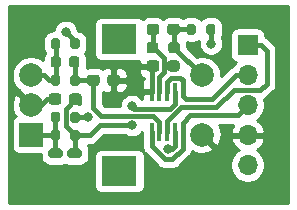
<source format=gbr>
%TF.GenerationSoftware,KiCad,Pcbnew,5.1.12-1.fc35*%
%TF.CreationDate,2021-11-27T14:33:04+00:00*%
%TF.ProjectId,kiCAD_TriSchmittPanelMount_v003,6b694341-445f-4547-9269-5363686d6974,rev?*%
%TF.SameCoordinates,Original*%
%TF.FileFunction,Copper,L1,Top*%
%TF.FilePolarity,Positive*%
%FSLAX46Y46*%
G04 Gerber Fmt 4.6, Leading zero omitted, Abs format (unit mm)*
G04 Created by KiCad (PCBNEW 5.1.12-1.fc35) date 2021-11-27 14:33:04*
%MOMM*%
%LPD*%
G01*
G04 APERTURE LIST*
%TA.AperFunction,SMDPad,CuDef*%
%ADD10R,0.300000X1.600000*%
%TD*%
%TA.AperFunction,ComponentPad*%
%ADD11C,2.000000*%
%TD*%
%TA.AperFunction,ComponentPad*%
%ADD12R,3.000000X2.500000*%
%TD*%
%TA.AperFunction,ComponentPad*%
%ADD13R,2.000000X2.000000*%
%TD*%
%TA.AperFunction,ComponentPad*%
%ADD14R,1.700000X1.700000*%
%TD*%
%TA.AperFunction,ComponentPad*%
%ADD15O,1.700000X1.700000*%
%TD*%
%TA.AperFunction,ViaPad*%
%ADD16C,0.800000*%
%TD*%
%TA.AperFunction,Conductor*%
%ADD17C,0.400000*%
%TD*%
%TA.AperFunction,Conductor*%
%ADD18C,1.000000*%
%TD*%
%TA.AperFunction,Conductor*%
%ADD19C,0.254000*%
%TD*%
%TA.AperFunction,Conductor*%
%ADD20C,0.100000*%
%TD*%
G04 APERTURE END LIST*
D10*
%TO.P,U1,8*%
%TO.N,VCC*%
X205325000Y-74400000D03*
%TO.P,U1,7*%
%TO.N,/EncA_Out*%
X204675000Y-74400000D03*
%TO.P,U1,6*%
%TO.N,Trig_EncB*%
X204025000Y-74400000D03*
%TO.P,U1,5*%
%TO.N,/EncSw_Out*%
X203375000Y-74400000D03*
%TO.P,U1,4*%
%TO.N,GND*%
X203375000Y-71000000D03*
%TO.P,U1,3*%
%TO.N,Trig_EncSw*%
X204025000Y-71000000D03*
%TO.P,U1,2*%
%TO.N,/EncB_Out*%
X204675000Y-71000000D03*
%TO.P,U1,1*%
%TO.N,Trig_EncA*%
X205325000Y-71000000D03*
%TD*%
%TO.P,R6,2*%
%TO.N,Sig_EncSw*%
%TA.AperFunction,SMDPad,CuDef*%
G36*
G01*
X204775000Y-67487500D02*
X204775000Y-67012500D01*
G75*
G02*
X205012500Y-66775000I237500J0D01*
G01*
X205512500Y-66775000D01*
G75*
G02*
X205750000Y-67012500I0J-237500D01*
G01*
X205750000Y-67487500D01*
G75*
G02*
X205512500Y-67725000I-237500J0D01*
G01*
X205012500Y-67725000D01*
G75*
G02*
X204775000Y-67487500I0J237500D01*
G01*
G37*
%TD.AperFunction*%
%TO.P,R6,1*%
%TO.N,Trig_EncSw*%
%TA.AperFunction,SMDPad,CuDef*%
G36*
G01*
X202950000Y-67487500D02*
X202950000Y-67012500D01*
G75*
G02*
X203187500Y-66775000I237500J0D01*
G01*
X203687500Y-66775000D01*
G75*
G02*
X203925000Y-67012500I0J-237500D01*
G01*
X203925000Y-67487500D01*
G75*
G02*
X203687500Y-67725000I-237500J0D01*
G01*
X203187500Y-67725000D01*
G75*
G02*
X202950000Y-67487500I0J237500D01*
G01*
G37*
%TD.AperFunction*%
%TD*%
%TO.P,R5,2*%
%TO.N,VCC*%
%TA.AperFunction,SMDPad,CuDef*%
G36*
G01*
X207975000Y-65975000D02*
X207975000Y-65425000D01*
G75*
G02*
X208175000Y-65225000I200000J0D01*
G01*
X208575000Y-65225000D01*
G75*
G02*
X208775000Y-65425000I0J-200000D01*
G01*
X208775000Y-65975000D01*
G75*
G02*
X208575000Y-66175000I-200000J0D01*
G01*
X208175000Y-66175000D01*
G75*
G02*
X207975000Y-65975000I0J200000D01*
G01*
G37*
%TD.AperFunction*%
%TO.P,R5,1*%
%TO.N,Sig_EncSw*%
%TA.AperFunction,SMDPad,CuDef*%
G36*
G01*
X206325000Y-65975000D02*
X206325000Y-65425000D01*
G75*
G02*
X206525000Y-65225000I200000J0D01*
G01*
X206925000Y-65225000D01*
G75*
G02*
X207125000Y-65425000I0J-200000D01*
G01*
X207125000Y-65975000D01*
G75*
G02*
X206925000Y-66175000I-200000J0D01*
G01*
X206525000Y-66175000D01*
G75*
G02*
X206325000Y-65975000I0J200000D01*
G01*
G37*
%TD.AperFunction*%
%TD*%
%TO.P,R4,2*%
%TO.N,Sig_EncB*%
%TA.AperFunction,SMDPad,CuDef*%
G36*
G01*
X195633834Y-69725000D02*
X195633834Y-70275000D01*
G75*
G02*
X195433834Y-70475000I-200000J0D01*
G01*
X195033834Y-70475000D01*
G75*
G02*
X194833834Y-70275000I0J200000D01*
G01*
X194833834Y-69725000D01*
G75*
G02*
X195033834Y-69525000I200000J0D01*
G01*
X195433834Y-69525000D01*
G75*
G02*
X195633834Y-69725000I0J-200000D01*
G01*
G37*
%TD.AperFunction*%
%TO.P,R4,1*%
%TO.N,Trig_EncB*%
%TA.AperFunction,SMDPad,CuDef*%
G36*
G01*
X197283834Y-69725000D02*
X197283834Y-70275000D01*
G75*
G02*
X197083834Y-70475000I-200000J0D01*
G01*
X196683834Y-70475000D01*
G75*
G02*
X196483834Y-70275000I0J200000D01*
G01*
X196483834Y-69725000D01*
G75*
G02*
X196683834Y-69525000I200000J0D01*
G01*
X197083834Y-69525000D01*
G75*
G02*
X197283834Y-69725000I0J-200000D01*
G01*
G37*
%TD.AperFunction*%
%TD*%
%TO.P,R3,2*%
%TO.N,VCC*%
%TA.AperFunction,SMDPad,CuDef*%
G36*
G01*
X196483834Y-67175000D02*
X196483834Y-66625000D01*
G75*
G02*
X196683834Y-66425000I200000J0D01*
G01*
X197083834Y-66425000D01*
G75*
G02*
X197283834Y-66625000I0J-200000D01*
G01*
X197283834Y-67175000D01*
G75*
G02*
X197083834Y-67375000I-200000J0D01*
G01*
X196683834Y-67375000D01*
G75*
G02*
X196483834Y-67175000I0J200000D01*
G01*
G37*
%TD.AperFunction*%
%TO.P,R3,1*%
%TO.N,Sig_EncB*%
%TA.AperFunction,SMDPad,CuDef*%
G36*
G01*
X194833834Y-67175000D02*
X194833834Y-66625000D01*
G75*
G02*
X195033834Y-66425000I200000J0D01*
G01*
X195433834Y-66425000D01*
G75*
G02*
X195633834Y-66625000I0J-200000D01*
G01*
X195633834Y-67175000D01*
G75*
G02*
X195433834Y-67375000I-200000J0D01*
G01*
X195033834Y-67375000D01*
G75*
G02*
X194833834Y-67175000I0J200000D01*
G01*
G37*
%TD.AperFunction*%
%TD*%
%TO.P,R2,1*%
%TO.N,Trig_EncA*%
%TA.AperFunction,SMDPad,CuDef*%
G36*
G01*
X197283834Y-74398334D02*
X197283834Y-74948334D01*
G75*
G02*
X197083834Y-75148334I-200000J0D01*
G01*
X196683834Y-75148334D01*
G75*
G02*
X196483834Y-74948334I0J200000D01*
G01*
X196483834Y-74398334D01*
G75*
G02*
X196683834Y-74198334I200000J0D01*
G01*
X197083834Y-74198334D01*
G75*
G02*
X197283834Y-74398334I0J-200000D01*
G01*
G37*
%TD.AperFunction*%
%TO.P,R2,2*%
%TO.N,Sig_EncA*%
%TA.AperFunction,SMDPad,CuDef*%
G36*
G01*
X195633834Y-74398334D02*
X195633834Y-74948334D01*
G75*
G02*
X195433834Y-75148334I-200000J0D01*
G01*
X195033834Y-75148334D01*
G75*
G02*
X194833834Y-74948334I0J200000D01*
G01*
X194833834Y-74398334D01*
G75*
G02*
X195033834Y-74198334I200000J0D01*
G01*
X195433834Y-74198334D01*
G75*
G02*
X195633834Y-74398334I0J-200000D01*
G01*
G37*
%TD.AperFunction*%
%TD*%
%TO.P,R1,1*%
%TO.N,Sig_EncA*%
%TA.AperFunction,SMDPad,CuDef*%
G36*
G01*
X194833834Y-73411668D02*
X194833834Y-72861668D01*
G75*
G02*
X195033834Y-72661668I200000J0D01*
G01*
X195433834Y-72661668D01*
G75*
G02*
X195633834Y-72861668I0J-200000D01*
G01*
X195633834Y-73411668D01*
G75*
G02*
X195433834Y-73611668I-200000J0D01*
G01*
X195033834Y-73611668D01*
G75*
G02*
X194833834Y-73411668I0J200000D01*
G01*
G37*
%TD.AperFunction*%
%TO.P,R1,2*%
%TO.N,VCC*%
%TA.AperFunction,SMDPad,CuDef*%
G36*
G01*
X196483834Y-73411668D02*
X196483834Y-72861668D01*
G75*
G02*
X196683834Y-72661668I200000J0D01*
G01*
X197083834Y-72661668D01*
G75*
G02*
X197283834Y-72861668I0J-200000D01*
G01*
X197283834Y-73411668D01*
G75*
G02*
X197083834Y-73611668I-200000J0D01*
G01*
X196683834Y-73611668D01*
G75*
G02*
X196483834Y-73411668I0J200000D01*
G01*
G37*
%TD.AperFunction*%
%TD*%
%TO.P,D3,2*%
%TO.N,Sig_EncSw*%
%TA.AperFunction,SMDPad,CuDef*%
G36*
G01*
X204700000Y-65937500D02*
X204700000Y-65462500D01*
G75*
G02*
X204937500Y-65225000I237500J0D01*
G01*
X205512500Y-65225000D01*
G75*
G02*
X205750000Y-65462500I0J-237500D01*
G01*
X205750000Y-65937500D01*
G75*
G02*
X205512500Y-66175000I-237500J0D01*
G01*
X204937500Y-66175000D01*
G75*
G02*
X204700000Y-65937500I0J237500D01*
G01*
G37*
%TD.AperFunction*%
%TO.P,D3,1*%
%TO.N,Trig_EncSw*%
%TA.AperFunction,SMDPad,CuDef*%
G36*
G01*
X202950000Y-65937500D02*
X202950000Y-65462500D01*
G75*
G02*
X203187500Y-65225000I237500J0D01*
G01*
X203762500Y-65225000D01*
G75*
G02*
X204000000Y-65462500I0J-237500D01*
G01*
X204000000Y-65937500D01*
G75*
G02*
X203762500Y-66175000I-237500J0D01*
G01*
X203187500Y-66175000D01*
G75*
G02*
X202950000Y-65937500I0J237500D01*
G01*
G37*
%TD.AperFunction*%
%TD*%
%TO.P,D2,2*%
%TO.N,Sig_EncB*%
%TA.AperFunction,SMDPad,CuDef*%
G36*
G01*
X195688834Y-68193750D02*
X195688834Y-68706250D01*
G75*
G02*
X195470084Y-68925000I-218750J0D01*
G01*
X195032584Y-68925000D01*
G75*
G02*
X194813834Y-68706250I0J218750D01*
G01*
X194813834Y-68193750D01*
G75*
G02*
X195032584Y-67975000I218750J0D01*
G01*
X195470084Y-67975000D01*
G75*
G02*
X195688834Y-68193750I0J-218750D01*
G01*
G37*
%TD.AperFunction*%
%TO.P,D2,1*%
%TO.N,Trig_EncB*%
%TA.AperFunction,SMDPad,CuDef*%
G36*
G01*
X197263834Y-68193750D02*
X197263834Y-68706250D01*
G75*
G02*
X197045084Y-68925000I-218750J0D01*
G01*
X196607584Y-68925000D01*
G75*
G02*
X196388834Y-68706250I0J218750D01*
G01*
X196388834Y-68193750D01*
G75*
G02*
X196607584Y-67975000I218750J0D01*
G01*
X197045084Y-67975000D01*
G75*
G02*
X197263834Y-68193750I0J-218750D01*
G01*
G37*
%TD.AperFunction*%
%TD*%
%TO.P,D1,1*%
%TO.N,Trig_EncA*%
%TA.AperFunction,SMDPad,CuDef*%
G36*
G01*
X197463834Y-75987500D02*
X197463834Y-76412500D01*
G75*
G02*
X197251334Y-76625000I-212500J0D01*
G01*
X196451334Y-76625000D01*
G75*
G02*
X196238834Y-76412500I0J212500D01*
G01*
X196238834Y-75987500D01*
G75*
G02*
X196451334Y-75775000I212500J0D01*
G01*
X197251334Y-75775000D01*
G75*
G02*
X197463834Y-75987500I0J-212500D01*
G01*
G37*
%TD.AperFunction*%
%TO.P,D1,2*%
%TO.N,Sig_EncA*%
%TA.AperFunction,SMDPad,CuDef*%
G36*
G01*
X195838834Y-75987500D02*
X195838834Y-76412500D01*
G75*
G02*
X195626334Y-76625000I-212500J0D01*
G01*
X194826334Y-76625000D01*
G75*
G02*
X194613834Y-76412500I0J212500D01*
G01*
X194613834Y-75987500D01*
G75*
G02*
X194826334Y-75775000I212500J0D01*
G01*
X195626334Y-75775000D01*
G75*
G02*
X195838834Y-75987500I0J-212500D01*
G01*
G37*
%TD.AperFunction*%
%TD*%
%TO.P,C3,2*%
%TO.N,Trig_EncSw*%
%TA.AperFunction,SMDPad,CuDef*%
G36*
G01*
X204675000Y-69037500D02*
X204675000Y-68562500D01*
G75*
G02*
X204912500Y-68325000I237500J0D01*
G01*
X205512500Y-68325000D01*
G75*
G02*
X205750000Y-68562500I0J-237500D01*
G01*
X205750000Y-69037500D01*
G75*
G02*
X205512500Y-69275000I-237500J0D01*
G01*
X204912500Y-69275000D01*
G75*
G02*
X204675000Y-69037500I0J237500D01*
G01*
G37*
%TD.AperFunction*%
%TO.P,C3,1*%
%TO.N,GND*%
%TA.AperFunction,SMDPad,CuDef*%
G36*
G01*
X202950000Y-69037500D02*
X202950000Y-68562500D01*
G75*
G02*
X203187500Y-68325000I237500J0D01*
G01*
X203787500Y-68325000D01*
G75*
G02*
X204025000Y-68562500I0J-237500D01*
G01*
X204025000Y-69037500D01*
G75*
G02*
X203787500Y-69275000I-237500J0D01*
G01*
X203187500Y-69275000D01*
G75*
G02*
X202950000Y-69037500I0J237500D01*
G01*
G37*
%TD.AperFunction*%
%TD*%
%TO.P,C2,2*%
%TO.N,Trig_EncB*%
%TA.AperFunction,SMDPad,CuDef*%
G36*
G01*
X198975000Y-69762500D02*
X198975000Y-70237500D01*
G75*
G02*
X198737500Y-70475000I-237500J0D01*
G01*
X198137500Y-70475000D01*
G75*
G02*
X197900000Y-70237500I0J237500D01*
G01*
X197900000Y-69762500D01*
G75*
G02*
X198137500Y-69525000I237500J0D01*
G01*
X198737500Y-69525000D01*
G75*
G02*
X198975000Y-69762500I0J-237500D01*
G01*
G37*
%TD.AperFunction*%
%TO.P,C2,1*%
%TO.N,GND*%
%TA.AperFunction,SMDPad,CuDef*%
G36*
G01*
X200700000Y-69762500D02*
X200700000Y-70237500D01*
G75*
G02*
X200462500Y-70475000I-237500J0D01*
G01*
X199862500Y-70475000D01*
G75*
G02*
X199625000Y-70237500I0J237500D01*
G01*
X199625000Y-69762500D01*
G75*
G02*
X199862500Y-69525000I237500J0D01*
G01*
X200462500Y-69525000D01*
G75*
G02*
X200700000Y-69762500I0J-237500D01*
G01*
G37*
%TD.AperFunction*%
%TD*%
%TO.P,C1,1*%
%TO.N,GND*%
%TA.AperFunction,SMDPad,CuDef*%
G36*
G01*
X194658834Y-71837500D02*
X194658834Y-71362500D01*
G75*
G02*
X194896334Y-71125000I237500J0D01*
G01*
X195496334Y-71125000D01*
G75*
G02*
X195733834Y-71362500I0J-237500D01*
G01*
X195733834Y-71837500D01*
G75*
G02*
X195496334Y-72075000I-237500J0D01*
G01*
X194896334Y-72075000D01*
G75*
G02*
X194658834Y-71837500I0J237500D01*
G01*
G37*
%TD.AperFunction*%
%TO.P,C1,2*%
%TO.N,Trig_EncA*%
%TA.AperFunction,SMDPad,CuDef*%
G36*
G01*
X196383834Y-71837500D02*
X196383834Y-71362500D01*
G75*
G02*
X196621334Y-71125000I237500J0D01*
G01*
X197221334Y-71125000D01*
G75*
G02*
X197458834Y-71362500I0J-237500D01*
G01*
X197458834Y-71837500D01*
G75*
G02*
X197221334Y-72075000I-237500J0D01*
G01*
X196621334Y-72075000D01*
G75*
G02*
X196383834Y-71837500I0J237500D01*
G01*
G37*
%TD.AperFunction*%
%TD*%
D11*
%TO.P,SW1,S2*%
%TO.N,Sig_EncSw*%
X207650000Y-69600000D03*
%TO.P,SW1,S1*%
%TO.N,GND*%
X207650000Y-74600000D03*
D12*
%TO.P,SW1,MP*%
%TO.N,N/C*%
X200650000Y-66500000D03*
X200650000Y-77700000D03*
D11*
%TO.P,SW1,B*%
%TO.N,Sig_EncB*%
X193150000Y-69600000D03*
%TO.P,SW1,C*%
%TO.N,GND*%
X193150000Y-72100000D03*
D13*
%TO.P,SW1,A*%
%TO.N,Sig_EncA*%
X193150000Y-74600000D03*
%TD*%
D14*
%TO.P,J1,1*%
%TO.N,/EncA_Out*%
X211500000Y-67025000D03*
D15*
%TO.P,J1,2*%
%TO.N,/EncB_Out*%
X211500000Y-69565000D03*
%TO.P,J1,3*%
%TO.N,/EncSw_Out*%
X211500000Y-72105000D03*
%TO.P,J1,4*%
%TO.N,GND*%
X211500000Y-74645000D03*
%TO.P,J1,5*%
%TO.N,VCC*%
X211500000Y-77185000D03*
%TD*%
D16*
%TO.N,VCC*%
X208400000Y-66900000D03*
X198000000Y-73100000D03*
X204765689Y-75834303D03*
X196100002Y-65900000D03*
%TO.N,Trig_EncA*%
X201700000Y-73800008D03*
X201700000Y-72199977D03*
%TD*%
D17*
%TO.N,GND*%
X193150000Y-72100000D02*
X193846334Y-72100000D01*
X193700000Y-71550000D02*
X193150000Y-72100000D01*
X194500000Y-71600000D02*
X195196334Y-71600000D01*
X194000000Y-72100000D02*
X194500000Y-71600000D01*
X193150000Y-72100000D02*
X194000000Y-72100000D01*
X203375000Y-68912500D02*
X203487500Y-68800000D01*
X203375000Y-71000000D02*
X203375000Y-68912500D01*
%TO.N,VCC*%
X208375000Y-66125004D02*
X208375000Y-65700000D01*
X208400000Y-66900000D02*
X208375000Y-66125004D01*
X196883834Y-73136668D02*
X197963332Y-73136668D01*
X197963332Y-73136668D02*
X198000000Y-73100000D01*
X205325000Y-74400000D02*
X205325000Y-75600000D01*
X205325000Y-75600000D02*
X205090697Y-75834303D01*
X205090697Y-75834303D02*
X204765689Y-75834303D01*
X196883834Y-66900000D02*
X196883834Y-66683832D01*
X196883834Y-66683832D02*
X196100002Y-65900000D01*
%TO.N,Trig_EncA*%
X196851334Y-74705834D02*
X196883834Y-74673334D01*
X196851334Y-76200000D02*
X196851334Y-74705834D01*
X196083824Y-73873324D02*
X196883834Y-74673334D01*
X196083824Y-72437510D02*
X196083824Y-73873324D01*
X196921334Y-71600000D02*
X196083824Y-72437510D01*
X196921334Y-71600000D02*
X197221334Y-71900000D01*
X201700000Y-72200000D02*
X201700000Y-72200000D01*
X205325000Y-71977912D02*
X204902925Y-72399987D01*
X201900010Y-72399987D02*
X201700000Y-72199977D01*
X205325000Y-71000000D02*
X205325000Y-71977912D01*
X204902925Y-72399987D02*
X201900010Y-72399987D01*
X198999992Y-73800008D02*
X201700000Y-73800008D01*
X198126666Y-74673334D02*
X198999992Y-73800008D01*
X196883834Y-74673334D02*
X198126666Y-74673334D01*
%TO.N,Trig_EncB*%
X198437500Y-70000000D02*
X196883834Y-70000000D01*
X196883834Y-70000000D02*
X196883834Y-68507500D01*
X204025000Y-73525000D02*
X204025000Y-74400000D01*
X203499987Y-72999987D02*
X204025000Y-73525000D01*
X199099987Y-72999987D02*
X203499987Y-72999987D01*
X198437500Y-72337500D02*
X199099987Y-72999987D01*
X198437500Y-70000000D02*
X198437500Y-72337500D01*
%TO.N,Trig_EncSw*%
X203437500Y-67250000D02*
X203475000Y-67212500D01*
X203475000Y-67212500D02*
X203475000Y-65700000D01*
X204425010Y-68125010D02*
X203550000Y-67250000D01*
X203550000Y-67250000D02*
X203437500Y-67250000D01*
X205100000Y-68800000D02*
X205212500Y-68800000D01*
X203999989Y-69726587D02*
X204425010Y-69301566D01*
X203999989Y-70974989D02*
X203999989Y-69726587D01*
X205212500Y-68800000D02*
X204500000Y-68800000D01*
X204500000Y-68800000D02*
X204425010Y-68725010D01*
X204425010Y-68725010D02*
X204425010Y-68125010D01*
X204425010Y-69301566D02*
X204425010Y-68725010D01*
%TO.N,Sig_EncA*%
X195226334Y-73144168D02*
X195233834Y-73136668D01*
X195226334Y-76200000D02*
X195226334Y-73144168D01*
X193150000Y-74600000D02*
X193150000Y-75200000D01*
X195160500Y-74600000D02*
X193150000Y-74600000D01*
X195233834Y-74673334D02*
X195160500Y-74600000D01*
D18*
%TO.N,Sig_EncB*%
X192910000Y-69600000D02*
X192950000Y-69640000D01*
D17*
X195233834Y-66900000D02*
X195233834Y-70000000D01*
X194700000Y-70000000D02*
X194300000Y-69600000D01*
X195233834Y-70000000D02*
X194700000Y-70000000D01*
X194300000Y-69600000D02*
X193150000Y-69600000D01*
%TO.N,Sig_EncSw*%
X207350000Y-69679998D02*
X206945012Y-69275010D01*
X205247500Y-67235000D02*
X205262500Y-67250000D01*
X205225000Y-67212500D02*
X205262500Y-67250000D01*
X205225000Y-65700000D02*
X205225000Y-67212500D01*
X206725000Y-65700000D02*
X205225000Y-65700000D01*
X205300000Y-67250000D02*
X207650000Y-69600000D01*
X205262500Y-67250000D02*
X205300000Y-67250000D01*
%TO.N,/EncA_Out*%
X208848542Y-72300000D02*
X210333541Y-70815001D01*
X205851455Y-72300000D02*
X208848542Y-72300000D01*
X204675000Y-73476455D02*
X205851455Y-72300000D01*
X204675000Y-74400000D02*
X204675000Y-73476455D01*
X212625000Y-67025000D02*
X211500000Y-67025000D01*
X213100000Y-67500000D02*
X212625000Y-67025000D01*
X213100000Y-70300000D02*
X213100000Y-67500000D01*
X212584999Y-70815001D02*
X213100000Y-70300000D01*
X210333541Y-70815001D02*
X212584999Y-70815001D01*
%TO.N,/EncB_Out*%
X204675000Y-71000000D02*
X204675000Y-70125000D01*
X204675000Y-70125000D02*
X205000000Y-69800000D01*
X208500000Y-71600000D02*
X210535000Y-69565000D01*
X205000000Y-69800000D02*
X205795002Y-69800000D01*
X205795002Y-69800000D02*
X206000000Y-70004998D01*
X206000000Y-70004998D02*
X206000000Y-71300000D01*
X206000000Y-71300000D02*
X206300000Y-71600000D01*
X206300000Y-71600000D02*
X208500000Y-71600000D01*
X210535000Y-69565000D02*
X211500000Y-69565000D01*
%TO.N,/EncSw_Out*%
X210650001Y-72954999D02*
X211500000Y-72105000D01*
X206642086Y-72954999D02*
X210650001Y-72954999D01*
X206000000Y-73597085D02*
X206642086Y-72954999D01*
X204500000Y-76700000D02*
X205100000Y-76700000D01*
X205100000Y-76700000D02*
X206000000Y-75800000D01*
X203375000Y-75575000D02*
X204500000Y-76700000D01*
X206000000Y-75800000D02*
X206000000Y-73597085D01*
X203375000Y-74400000D02*
X203375000Y-75575000D01*
%TD*%
D19*
%TO.N,GND*%
X214940000Y-80440000D02*
X191260000Y-80440000D01*
X191260000Y-72162595D01*
X191508282Y-72162595D01*
X191552039Y-72481675D01*
X191657205Y-72786088D01*
X191750186Y-72960044D01*
X191899223Y-73014024D01*
X191795506Y-73069463D01*
X191698815Y-73148815D01*
X191619463Y-73245506D01*
X191560498Y-73355820D01*
X191524188Y-73475518D01*
X191511928Y-73600000D01*
X191511928Y-75600000D01*
X191524188Y-75724482D01*
X191560498Y-75844180D01*
X191619463Y-75954494D01*
X191698815Y-76051185D01*
X191795506Y-76130537D01*
X191905820Y-76189502D01*
X192025518Y-76225812D01*
X192150000Y-76238072D01*
X193975762Y-76238072D01*
X193975762Y-76412500D01*
X193992106Y-76578438D01*
X194040508Y-76738000D01*
X194119109Y-76885052D01*
X194224889Y-77013945D01*
X194353782Y-77119725D01*
X194500834Y-77198326D01*
X194660396Y-77246728D01*
X194826334Y-77263072D01*
X195626334Y-77263072D01*
X195792272Y-77246728D01*
X195951834Y-77198326D01*
X196038834Y-77151823D01*
X196125834Y-77198326D01*
X196285396Y-77246728D01*
X196451334Y-77263072D01*
X197251334Y-77263072D01*
X197417272Y-77246728D01*
X197576834Y-77198326D01*
X197723886Y-77119725D01*
X197852779Y-77013945D01*
X197958559Y-76885052D01*
X198037160Y-76738000D01*
X198085562Y-76578438D01*
X198098212Y-76450000D01*
X198511928Y-76450000D01*
X198511928Y-78950000D01*
X198524188Y-79074482D01*
X198560498Y-79194180D01*
X198619463Y-79304494D01*
X198698815Y-79401185D01*
X198795506Y-79480537D01*
X198905820Y-79539502D01*
X199025518Y-79575812D01*
X199150000Y-79588072D01*
X202150000Y-79588072D01*
X202274482Y-79575812D01*
X202394180Y-79539502D01*
X202504494Y-79480537D01*
X202601185Y-79401185D01*
X202680537Y-79304494D01*
X202739502Y-79194180D01*
X202775812Y-79074482D01*
X202788072Y-78950000D01*
X202788072Y-76450000D01*
X202775812Y-76325518D01*
X202739502Y-76205820D01*
X202680537Y-76095506D01*
X202601185Y-75998815D01*
X202504494Y-75919463D01*
X202394180Y-75860498D01*
X202274482Y-75824188D01*
X202150000Y-75811928D01*
X199150000Y-75811928D01*
X199025518Y-75824188D01*
X198905820Y-75860498D01*
X198795506Y-75919463D01*
X198698815Y-75998815D01*
X198619463Y-76095506D01*
X198560498Y-76205820D01*
X198524188Y-76325518D01*
X198511928Y-76450000D01*
X198098212Y-76450000D01*
X198101906Y-76412500D01*
X198101906Y-75987500D01*
X198085562Y-75821562D01*
X198037160Y-75662000D01*
X197958559Y-75514948D01*
X197953131Y-75508334D01*
X198085648Y-75508334D01*
X198126666Y-75512374D01*
X198167684Y-75508334D01*
X198167685Y-75508334D01*
X198290355Y-75496252D01*
X198447753Y-75448506D01*
X198592812Y-75370970D01*
X198719957Y-75266625D01*
X198746112Y-75234755D01*
X199345860Y-74635008D01*
X201086715Y-74635008D01*
X201209744Y-74717213D01*
X201398102Y-74795234D01*
X201598061Y-74835008D01*
X201801939Y-74835008D01*
X202001898Y-74795234D01*
X202190256Y-74717213D01*
X202359774Y-74603945D01*
X202503937Y-74459782D01*
X202540000Y-74405810D01*
X202540001Y-75533972D01*
X202535960Y-75575000D01*
X202552082Y-75738688D01*
X202599828Y-75896086D01*
X202672222Y-76031525D01*
X202677365Y-76041146D01*
X202781710Y-76168291D01*
X202813574Y-76194441D01*
X203880558Y-77261426D01*
X203906709Y-77293291D01*
X204033854Y-77397636D01*
X204178913Y-77475172D01*
X204336311Y-77522918D01*
X204458981Y-77535000D01*
X204458991Y-77535000D01*
X204499999Y-77539039D01*
X204541007Y-77535000D01*
X205058982Y-77535000D01*
X205100000Y-77539040D01*
X205141018Y-77535000D01*
X205141019Y-77535000D01*
X205263689Y-77522918D01*
X205421087Y-77475172D01*
X205566146Y-77397636D01*
X205693291Y-77293291D01*
X205719446Y-77261421D01*
X205942127Y-77038740D01*
X210015000Y-77038740D01*
X210015000Y-77331260D01*
X210072068Y-77618158D01*
X210184010Y-77888411D01*
X210346525Y-78131632D01*
X210553368Y-78338475D01*
X210796589Y-78500990D01*
X211066842Y-78612932D01*
X211353740Y-78670000D01*
X211646260Y-78670000D01*
X211933158Y-78612932D01*
X212203411Y-78500990D01*
X212446632Y-78338475D01*
X212653475Y-78131632D01*
X212815990Y-77888411D01*
X212927932Y-77618158D01*
X212985000Y-77331260D01*
X212985000Y-77038740D01*
X212927932Y-76751842D01*
X212815990Y-76481589D01*
X212653475Y-76238368D01*
X212446632Y-76031525D01*
X212264466Y-75909805D01*
X212381355Y-75840178D01*
X212597588Y-75645269D01*
X212771641Y-75411920D01*
X212896825Y-75149099D01*
X212941476Y-75001890D01*
X212820155Y-74772000D01*
X211627000Y-74772000D01*
X211627000Y-74792000D01*
X211373000Y-74792000D01*
X211373000Y-74772000D01*
X210179845Y-74772000D01*
X210058524Y-75001890D01*
X210103175Y-75149099D01*
X210228359Y-75411920D01*
X210402412Y-75645269D01*
X210618645Y-75840178D01*
X210735534Y-75909805D01*
X210553368Y-76031525D01*
X210346525Y-76238368D01*
X210184010Y-76481589D01*
X210072068Y-76751842D01*
X210015000Y-77038740D01*
X205942127Y-77038740D01*
X206561427Y-76419440D01*
X206593291Y-76393291D01*
X206697636Y-76266146D01*
X206775172Y-76121087D01*
X206809130Y-76009142D01*
X207079571Y-76140704D01*
X207391108Y-76222384D01*
X207712595Y-76241718D01*
X208031675Y-76197961D01*
X208336088Y-76092795D01*
X208510044Y-75999814D01*
X208605808Y-75735413D01*
X207650000Y-74779605D01*
X207635858Y-74793748D01*
X207456253Y-74614143D01*
X207470395Y-74600000D01*
X207456253Y-74585858D01*
X207635858Y-74406253D01*
X207650000Y-74420395D01*
X207664143Y-74406253D01*
X207843748Y-74585858D01*
X207829605Y-74600000D01*
X208785413Y-75555808D01*
X209049814Y-75460044D01*
X209190704Y-75170429D01*
X209272384Y-74858892D01*
X209291718Y-74537405D01*
X209247961Y-74218325D01*
X209142795Y-73913912D01*
X209076562Y-73789999D01*
X210294058Y-73789999D01*
X210228359Y-73878080D01*
X210103175Y-74140901D01*
X210058524Y-74288110D01*
X210179845Y-74518000D01*
X211373000Y-74518000D01*
X211373000Y-74498000D01*
X211627000Y-74498000D01*
X211627000Y-74518000D01*
X212820155Y-74518000D01*
X212941476Y-74288110D01*
X212896825Y-74140901D01*
X212771641Y-73878080D01*
X212597588Y-73644731D01*
X212381355Y-73449822D01*
X212264466Y-73380195D01*
X212446632Y-73258475D01*
X212653475Y-73051632D01*
X212815990Y-72808411D01*
X212927932Y-72538158D01*
X212985000Y-72251260D01*
X212985000Y-71958740D01*
X212927932Y-71671842D01*
X212895441Y-71593402D01*
X212906086Y-71590173D01*
X213051145Y-71512637D01*
X213178290Y-71408292D01*
X213204445Y-71376422D01*
X213661422Y-70919445D01*
X213693291Y-70893291D01*
X213797636Y-70766146D01*
X213875172Y-70621087D01*
X213922918Y-70463689D01*
X213935000Y-70341019D01*
X213935000Y-70341009D01*
X213939039Y-70300001D01*
X213935000Y-70258993D01*
X213935000Y-67541007D01*
X213939039Y-67499999D01*
X213935000Y-67458991D01*
X213935000Y-67458981D01*
X213922918Y-67336311D01*
X213875172Y-67178913D01*
X213797636Y-67033854D01*
X213693291Y-66906709D01*
X213661421Y-66880554D01*
X213244446Y-66463579D01*
X213218291Y-66431709D01*
X213091146Y-66327364D01*
X212988072Y-66272270D01*
X212988072Y-66175000D01*
X212975812Y-66050518D01*
X212939502Y-65930820D01*
X212880537Y-65820506D01*
X212801185Y-65723815D01*
X212704494Y-65644463D01*
X212594180Y-65585498D01*
X212474482Y-65549188D01*
X212350000Y-65536928D01*
X210650000Y-65536928D01*
X210525518Y-65549188D01*
X210405820Y-65585498D01*
X210295506Y-65644463D01*
X210198815Y-65723815D01*
X210119463Y-65820506D01*
X210060498Y-65930820D01*
X210024188Y-66050518D01*
X210011928Y-66175000D01*
X210011928Y-67875000D01*
X210024188Y-67999482D01*
X210060498Y-68119180D01*
X210119463Y-68229494D01*
X210198815Y-68326185D01*
X210295506Y-68405537D01*
X210405820Y-68464502D01*
X210478380Y-68486513D01*
X210346525Y-68618368D01*
X210236547Y-68782962D01*
X210213913Y-68789828D01*
X210068854Y-68867364D01*
X210025394Y-68903031D01*
X209941709Y-68971709D01*
X209915563Y-69003568D01*
X209285000Y-69634132D01*
X209285000Y-69438967D01*
X209222168Y-69123088D01*
X209098918Y-68825537D01*
X208919987Y-68557748D01*
X208692252Y-68330013D01*
X208424463Y-68151082D01*
X208126912Y-68027832D01*
X207811033Y-67965000D01*
X207488967Y-67965000D01*
X207244496Y-68013628D01*
X206388072Y-67157205D01*
X206388072Y-67012500D01*
X206371248Y-66841684D01*
X206357297Y-66795694D01*
X206361500Y-66796969D01*
X206525000Y-66813072D01*
X206925000Y-66813072D01*
X207088500Y-66796969D01*
X207245716Y-66749278D01*
X207390049Y-66672130D01*
X207365000Y-66798061D01*
X207365000Y-67001939D01*
X207404774Y-67201898D01*
X207482795Y-67390256D01*
X207596063Y-67559774D01*
X207740226Y-67703937D01*
X207909744Y-67817205D01*
X208098102Y-67895226D01*
X208298061Y-67935000D01*
X208501939Y-67935000D01*
X208701898Y-67895226D01*
X208890256Y-67817205D01*
X209059774Y-67703937D01*
X209203937Y-67559774D01*
X209317205Y-67390256D01*
X209395226Y-67201898D01*
X209435000Y-67001939D01*
X209435000Y-66798061D01*
X209395226Y-66598102D01*
X209317205Y-66409744D01*
X209301162Y-66385734D01*
X209349278Y-66295716D01*
X209396969Y-66138500D01*
X209413072Y-65975000D01*
X209413072Y-65425000D01*
X209396969Y-65261500D01*
X209349278Y-65104284D01*
X209271831Y-64959392D01*
X209167606Y-64832394D01*
X209040608Y-64728169D01*
X208895716Y-64650722D01*
X208738500Y-64603031D01*
X208575000Y-64586928D01*
X208175000Y-64586928D01*
X208011500Y-64603031D01*
X207854284Y-64650722D01*
X207709392Y-64728169D01*
X207582394Y-64832394D01*
X207550000Y-64871866D01*
X207517606Y-64832394D01*
X207390608Y-64728169D01*
X207245716Y-64650722D01*
X207088500Y-64603031D01*
X206925000Y-64586928D01*
X206525000Y-64586928D01*
X206361500Y-64603031D01*
X206204284Y-64650722D01*
X206059392Y-64728169D01*
X206025317Y-64756134D01*
X205998942Y-64734488D01*
X205847567Y-64653577D01*
X205683316Y-64603752D01*
X205512500Y-64586928D01*
X204937500Y-64586928D01*
X204766684Y-64603752D01*
X204602433Y-64653577D01*
X204451058Y-64734488D01*
X204350000Y-64817425D01*
X204248942Y-64734488D01*
X204097567Y-64653577D01*
X203933316Y-64603752D01*
X203762500Y-64586928D01*
X203187500Y-64586928D01*
X203016684Y-64603752D01*
X202852433Y-64653577D01*
X202701058Y-64734488D01*
X202609834Y-64809354D01*
X202601185Y-64798815D01*
X202504494Y-64719463D01*
X202394180Y-64660498D01*
X202274482Y-64624188D01*
X202150000Y-64611928D01*
X199150000Y-64611928D01*
X199025518Y-64624188D01*
X198905820Y-64660498D01*
X198795506Y-64719463D01*
X198698815Y-64798815D01*
X198619463Y-64895506D01*
X198560498Y-65005820D01*
X198524188Y-65125518D01*
X198511928Y-65250000D01*
X198511928Y-67750000D01*
X198524188Y-67874482D01*
X198560498Y-67994180D01*
X198619463Y-68104494D01*
X198698815Y-68201185D01*
X198795506Y-68280537D01*
X198905820Y-68339502D01*
X199025518Y-68375812D01*
X199150000Y-68388072D01*
X202150000Y-68388072D01*
X202274482Y-68375812D01*
X202312565Y-68364260D01*
X202315000Y-68514250D01*
X202473750Y-68673000D01*
X203360500Y-68673000D01*
X203360500Y-68653000D01*
X203590010Y-68653000D01*
X203590010Y-68683991D01*
X203585970Y-68725010D01*
X203590010Y-68766028D01*
X203590010Y-68947000D01*
X203360500Y-68947000D01*
X203360500Y-68927000D01*
X202473750Y-68927000D01*
X202315000Y-69085750D01*
X202311928Y-69275000D01*
X202324188Y-69399482D01*
X202360498Y-69519180D01*
X202419463Y-69629494D01*
X202498815Y-69726185D01*
X202595506Y-69805537D01*
X202688392Y-69855186D01*
X202632089Y-69964219D01*
X202597483Y-70084420D01*
X202586992Y-70209063D01*
X202590000Y-70714250D01*
X202748750Y-70873000D01*
X203164989Y-70873000D01*
X203164989Y-71016007D01*
X203175921Y-71127000D01*
X202748750Y-71127000D01*
X202590000Y-71285750D01*
X202588337Y-71564987D01*
X202520497Y-71564987D01*
X202503937Y-71540203D01*
X202359774Y-71396040D01*
X202190256Y-71282772D01*
X202001898Y-71204751D01*
X201801939Y-71164977D01*
X201598061Y-71164977D01*
X201398102Y-71204751D01*
X201209744Y-71282772D01*
X201040226Y-71396040D01*
X200896063Y-71540203D01*
X200782795Y-71709721D01*
X200704774Y-71898079D01*
X200665000Y-72098038D01*
X200665000Y-72164987D01*
X199445855Y-72164987D01*
X199272500Y-71991633D01*
X199272500Y-71006603D01*
X199380820Y-71064502D01*
X199500518Y-71100812D01*
X199625000Y-71113072D01*
X199876750Y-71110000D01*
X200035500Y-70951250D01*
X200035500Y-70127000D01*
X200289500Y-70127000D01*
X200289500Y-70951250D01*
X200448250Y-71110000D01*
X200700000Y-71113072D01*
X200824482Y-71100812D01*
X200944180Y-71064502D01*
X201054494Y-71005537D01*
X201151185Y-70926185D01*
X201230537Y-70829494D01*
X201289502Y-70719180D01*
X201325812Y-70599482D01*
X201338072Y-70475000D01*
X201335000Y-70285750D01*
X201176250Y-70127000D01*
X200289500Y-70127000D01*
X200035500Y-70127000D01*
X200015500Y-70127000D01*
X200015500Y-69873000D01*
X200035500Y-69873000D01*
X200035500Y-69048750D01*
X200289500Y-69048750D01*
X200289500Y-69873000D01*
X201176250Y-69873000D01*
X201335000Y-69714250D01*
X201338072Y-69525000D01*
X201325812Y-69400518D01*
X201289502Y-69280820D01*
X201230537Y-69170506D01*
X201151185Y-69073815D01*
X201054494Y-68994463D01*
X200944180Y-68935498D01*
X200824482Y-68899188D01*
X200700000Y-68886928D01*
X200448250Y-68890000D01*
X200289500Y-69048750D01*
X200035500Y-69048750D01*
X199876750Y-68890000D01*
X199625000Y-68886928D01*
X199500518Y-68899188D01*
X199380820Y-68935498D01*
X199270506Y-68994463D01*
X199222606Y-69033774D01*
X199072567Y-68953577D01*
X198908316Y-68903752D01*
X198737500Y-68886928D01*
X198137500Y-68886928D01*
X197966684Y-68903752D01*
X197867071Y-68933969D01*
X197885442Y-68873408D01*
X197901906Y-68706250D01*
X197901906Y-68193750D01*
X197885442Y-68026592D01*
X197836684Y-67865858D01*
X197757505Y-67717725D01*
X197737441Y-67693277D01*
X197780665Y-67640608D01*
X197858112Y-67495716D01*
X197905803Y-67338500D01*
X197921906Y-67175000D01*
X197921906Y-66625000D01*
X197905803Y-66461500D01*
X197858112Y-66304284D01*
X197780665Y-66159392D01*
X197676440Y-66032394D01*
X197549442Y-65928169D01*
X197404550Y-65850722D01*
X197247334Y-65803031D01*
X197176971Y-65796101D01*
X197124094Y-65743224D01*
X197095228Y-65598102D01*
X197017207Y-65409744D01*
X196903939Y-65240226D01*
X196759776Y-65096063D01*
X196590258Y-64982795D01*
X196401900Y-64904774D01*
X196201941Y-64865000D01*
X195998063Y-64865000D01*
X195798104Y-64904774D01*
X195609746Y-64982795D01*
X195440228Y-65096063D01*
X195296065Y-65240226D01*
X195182797Y-65409744D01*
X195104776Y-65598102D01*
X195067216Y-65786928D01*
X195033834Y-65786928D01*
X194870334Y-65803031D01*
X194713118Y-65850722D01*
X194568226Y-65928169D01*
X194441228Y-66032394D01*
X194337003Y-66159392D01*
X194259556Y-66304284D01*
X194211865Y-66461500D01*
X194195762Y-66625000D01*
X194195762Y-67175000D01*
X194211865Y-67338500D01*
X194259556Y-67495716D01*
X194337003Y-67640608D01*
X194360227Y-67668906D01*
X194320163Y-67717725D01*
X194240984Y-67865858D01*
X194192226Y-68026592D01*
X194175762Y-68193750D01*
X194175762Y-68318995D01*
X193924463Y-68151082D01*
X193626912Y-68027832D01*
X193311033Y-67965000D01*
X192988967Y-67965000D01*
X192673088Y-68027832D01*
X192375537Y-68151082D01*
X192107748Y-68330013D01*
X191880013Y-68557748D01*
X191701082Y-68825537D01*
X191577832Y-69123088D01*
X191515000Y-69438967D01*
X191515000Y-69761033D01*
X191577832Y-70076912D01*
X191701082Y-70374463D01*
X191880013Y-70642252D01*
X192107748Y-70869987D01*
X192204935Y-70934925D01*
X192194192Y-70964587D01*
X193150000Y-71920395D01*
X193164143Y-71906253D01*
X193343748Y-72085858D01*
X193329605Y-72100000D01*
X193343748Y-72114143D01*
X193164143Y-72293748D01*
X193150000Y-72279605D01*
X193135858Y-72293748D01*
X192956253Y-72114143D01*
X192970395Y-72100000D01*
X192014587Y-71144192D01*
X191750186Y-71239956D01*
X191609296Y-71529571D01*
X191527616Y-71841108D01*
X191508282Y-72162595D01*
X191260000Y-72162595D01*
X191260000Y-63760000D01*
X214940001Y-63760000D01*
X214940000Y-80440000D01*
%TA.AperFunction,Conductor*%
D20*
G36*
X214940000Y-80440000D02*
G01*
X191260000Y-80440000D01*
X191260000Y-72162595D01*
X191508282Y-72162595D01*
X191552039Y-72481675D01*
X191657205Y-72786088D01*
X191750186Y-72960044D01*
X191899223Y-73014024D01*
X191795506Y-73069463D01*
X191698815Y-73148815D01*
X191619463Y-73245506D01*
X191560498Y-73355820D01*
X191524188Y-73475518D01*
X191511928Y-73600000D01*
X191511928Y-75600000D01*
X191524188Y-75724482D01*
X191560498Y-75844180D01*
X191619463Y-75954494D01*
X191698815Y-76051185D01*
X191795506Y-76130537D01*
X191905820Y-76189502D01*
X192025518Y-76225812D01*
X192150000Y-76238072D01*
X193975762Y-76238072D01*
X193975762Y-76412500D01*
X193992106Y-76578438D01*
X194040508Y-76738000D01*
X194119109Y-76885052D01*
X194224889Y-77013945D01*
X194353782Y-77119725D01*
X194500834Y-77198326D01*
X194660396Y-77246728D01*
X194826334Y-77263072D01*
X195626334Y-77263072D01*
X195792272Y-77246728D01*
X195951834Y-77198326D01*
X196038834Y-77151823D01*
X196125834Y-77198326D01*
X196285396Y-77246728D01*
X196451334Y-77263072D01*
X197251334Y-77263072D01*
X197417272Y-77246728D01*
X197576834Y-77198326D01*
X197723886Y-77119725D01*
X197852779Y-77013945D01*
X197958559Y-76885052D01*
X198037160Y-76738000D01*
X198085562Y-76578438D01*
X198098212Y-76450000D01*
X198511928Y-76450000D01*
X198511928Y-78950000D01*
X198524188Y-79074482D01*
X198560498Y-79194180D01*
X198619463Y-79304494D01*
X198698815Y-79401185D01*
X198795506Y-79480537D01*
X198905820Y-79539502D01*
X199025518Y-79575812D01*
X199150000Y-79588072D01*
X202150000Y-79588072D01*
X202274482Y-79575812D01*
X202394180Y-79539502D01*
X202504494Y-79480537D01*
X202601185Y-79401185D01*
X202680537Y-79304494D01*
X202739502Y-79194180D01*
X202775812Y-79074482D01*
X202788072Y-78950000D01*
X202788072Y-76450000D01*
X202775812Y-76325518D01*
X202739502Y-76205820D01*
X202680537Y-76095506D01*
X202601185Y-75998815D01*
X202504494Y-75919463D01*
X202394180Y-75860498D01*
X202274482Y-75824188D01*
X202150000Y-75811928D01*
X199150000Y-75811928D01*
X199025518Y-75824188D01*
X198905820Y-75860498D01*
X198795506Y-75919463D01*
X198698815Y-75998815D01*
X198619463Y-76095506D01*
X198560498Y-76205820D01*
X198524188Y-76325518D01*
X198511928Y-76450000D01*
X198098212Y-76450000D01*
X198101906Y-76412500D01*
X198101906Y-75987500D01*
X198085562Y-75821562D01*
X198037160Y-75662000D01*
X197958559Y-75514948D01*
X197953131Y-75508334D01*
X198085648Y-75508334D01*
X198126666Y-75512374D01*
X198167684Y-75508334D01*
X198167685Y-75508334D01*
X198290355Y-75496252D01*
X198447753Y-75448506D01*
X198592812Y-75370970D01*
X198719957Y-75266625D01*
X198746112Y-75234755D01*
X199345860Y-74635008D01*
X201086715Y-74635008D01*
X201209744Y-74717213D01*
X201398102Y-74795234D01*
X201598061Y-74835008D01*
X201801939Y-74835008D01*
X202001898Y-74795234D01*
X202190256Y-74717213D01*
X202359774Y-74603945D01*
X202503937Y-74459782D01*
X202540000Y-74405810D01*
X202540001Y-75533972D01*
X202535960Y-75575000D01*
X202552082Y-75738688D01*
X202599828Y-75896086D01*
X202672222Y-76031525D01*
X202677365Y-76041146D01*
X202781710Y-76168291D01*
X202813574Y-76194441D01*
X203880558Y-77261426D01*
X203906709Y-77293291D01*
X204033854Y-77397636D01*
X204178913Y-77475172D01*
X204336311Y-77522918D01*
X204458981Y-77535000D01*
X204458991Y-77535000D01*
X204499999Y-77539039D01*
X204541007Y-77535000D01*
X205058982Y-77535000D01*
X205100000Y-77539040D01*
X205141018Y-77535000D01*
X205141019Y-77535000D01*
X205263689Y-77522918D01*
X205421087Y-77475172D01*
X205566146Y-77397636D01*
X205693291Y-77293291D01*
X205719446Y-77261421D01*
X205942127Y-77038740D01*
X210015000Y-77038740D01*
X210015000Y-77331260D01*
X210072068Y-77618158D01*
X210184010Y-77888411D01*
X210346525Y-78131632D01*
X210553368Y-78338475D01*
X210796589Y-78500990D01*
X211066842Y-78612932D01*
X211353740Y-78670000D01*
X211646260Y-78670000D01*
X211933158Y-78612932D01*
X212203411Y-78500990D01*
X212446632Y-78338475D01*
X212653475Y-78131632D01*
X212815990Y-77888411D01*
X212927932Y-77618158D01*
X212985000Y-77331260D01*
X212985000Y-77038740D01*
X212927932Y-76751842D01*
X212815990Y-76481589D01*
X212653475Y-76238368D01*
X212446632Y-76031525D01*
X212264466Y-75909805D01*
X212381355Y-75840178D01*
X212597588Y-75645269D01*
X212771641Y-75411920D01*
X212896825Y-75149099D01*
X212941476Y-75001890D01*
X212820155Y-74772000D01*
X211627000Y-74772000D01*
X211627000Y-74792000D01*
X211373000Y-74792000D01*
X211373000Y-74772000D01*
X210179845Y-74772000D01*
X210058524Y-75001890D01*
X210103175Y-75149099D01*
X210228359Y-75411920D01*
X210402412Y-75645269D01*
X210618645Y-75840178D01*
X210735534Y-75909805D01*
X210553368Y-76031525D01*
X210346525Y-76238368D01*
X210184010Y-76481589D01*
X210072068Y-76751842D01*
X210015000Y-77038740D01*
X205942127Y-77038740D01*
X206561427Y-76419440D01*
X206593291Y-76393291D01*
X206697636Y-76266146D01*
X206775172Y-76121087D01*
X206809130Y-76009142D01*
X207079571Y-76140704D01*
X207391108Y-76222384D01*
X207712595Y-76241718D01*
X208031675Y-76197961D01*
X208336088Y-76092795D01*
X208510044Y-75999814D01*
X208605808Y-75735413D01*
X207650000Y-74779605D01*
X207635858Y-74793748D01*
X207456253Y-74614143D01*
X207470395Y-74600000D01*
X207456253Y-74585858D01*
X207635858Y-74406253D01*
X207650000Y-74420395D01*
X207664143Y-74406253D01*
X207843748Y-74585858D01*
X207829605Y-74600000D01*
X208785413Y-75555808D01*
X209049814Y-75460044D01*
X209190704Y-75170429D01*
X209272384Y-74858892D01*
X209291718Y-74537405D01*
X209247961Y-74218325D01*
X209142795Y-73913912D01*
X209076562Y-73789999D01*
X210294058Y-73789999D01*
X210228359Y-73878080D01*
X210103175Y-74140901D01*
X210058524Y-74288110D01*
X210179845Y-74518000D01*
X211373000Y-74518000D01*
X211373000Y-74498000D01*
X211627000Y-74498000D01*
X211627000Y-74518000D01*
X212820155Y-74518000D01*
X212941476Y-74288110D01*
X212896825Y-74140901D01*
X212771641Y-73878080D01*
X212597588Y-73644731D01*
X212381355Y-73449822D01*
X212264466Y-73380195D01*
X212446632Y-73258475D01*
X212653475Y-73051632D01*
X212815990Y-72808411D01*
X212927932Y-72538158D01*
X212985000Y-72251260D01*
X212985000Y-71958740D01*
X212927932Y-71671842D01*
X212895441Y-71593402D01*
X212906086Y-71590173D01*
X213051145Y-71512637D01*
X213178290Y-71408292D01*
X213204445Y-71376422D01*
X213661422Y-70919445D01*
X213693291Y-70893291D01*
X213797636Y-70766146D01*
X213875172Y-70621087D01*
X213922918Y-70463689D01*
X213935000Y-70341019D01*
X213935000Y-70341009D01*
X213939039Y-70300001D01*
X213935000Y-70258993D01*
X213935000Y-67541007D01*
X213939039Y-67499999D01*
X213935000Y-67458991D01*
X213935000Y-67458981D01*
X213922918Y-67336311D01*
X213875172Y-67178913D01*
X213797636Y-67033854D01*
X213693291Y-66906709D01*
X213661421Y-66880554D01*
X213244446Y-66463579D01*
X213218291Y-66431709D01*
X213091146Y-66327364D01*
X212988072Y-66272270D01*
X212988072Y-66175000D01*
X212975812Y-66050518D01*
X212939502Y-65930820D01*
X212880537Y-65820506D01*
X212801185Y-65723815D01*
X212704494Y-65644463D01*
X212594180Y-65585498D01*
X212474482Y-65549188D01*
X212350000Y-65536928D01*
X210650000Y-65536928D01*
X210525518Y-65549188D01*
X210405820Y-65585498D01*
X210295506Y-65644463D01*
X210198815Y-65723815D01*
X210119463Y-65820506D01*
X210060498Y-65930820D01*
X210024188Y-66050518D01*
X210011928Y-66175000D01*
X210011928Y-67875000D01*
X210024188Y-67999482D01*
X210060498Y-68119180D01*
X210119463Y-68229494D01*
X210198815Y-68326185D01*
X210295506Y-68405537D01*
X210405820Y-68464502D01*
X210478380Y-68486513D01*
X210346525Y-68618368D01*
X210236547Y-68782962D01*
X210213913Y-68789828D01*
X210068854Y-68867364D01*
X210025394Y-68903031D01*
X209941709Y-68971709D01*
X209915563Y-69003568D01*
X209285000Y-69634132D01*
X209285000Y-69438967D01*
X209222168Y-69123088D01*
X209098918Y-68825537D01*
X208919987Y-68557748D01*
X208692252Y-68330013D01*
X208424463Y-68151082D01*
X208126912Y-68027832D01*
X207811033Y-67965000D01*
X207488967Y-67965000D01*
X207244496Y-68013628D01*
X206388072Y-67157205D01*
X206388072Y-67012500D01*
X206371248Y-66841684D01*
X206357297Y-66795694D01*
X206361500Y-66796969D01*
X206525000Y-66813072D01*
X206925000Y-66813072D01*
X207088500Y-66796969D01*
X207245716Y-66749278D01*
X207390049Y-66672130D01*
X207365000Y-66798061D01*
X207365000Y-67001939D01*
X207404774Y-67201898D01*
X207482795Y-67390256D01*
X207596063Y-67559774D01*
X207740226Y-67703937D01*
X207909744Y-67817205D01*
X208098102Y-67895226D01*
X208298061Y-67935000D01*
X208501939Y-67935000D01*
X208701898Y-67895226D01*
X208890256Y-67817205D01*
X209059774Y-67703937D01*
X209203937Y-67559774D01*
X209317205Y-67390256D01*
X209395226Y-67201898D01*
X209435000Y-67001939D01*
X209435000Y-66798061D01*
X209395226Y-66598102D01*
X209317205Y-66409744D01*
X209301162Y-66385734D01*
X209349278Y-66295716D01*
X209396969Y-66138500D01*
X209413072Y-65975000D01*
X209413072Y-65425000D01*
X209396969Y-65261500D01*
X209349278Y-65104284D01*
X209271831Y-64959392D01*
X209167606Y-64832394D01*
X209040608Y-64728169D01*
X208895716Y-64650722D01*
X208738500Y-64603031D01*
X208575000Y-64586928D01*
X208175000Y-64586928D01*
X208011500Y-64603031D01*
X207854284Y-64650722D01*
X207709392Y-64728169D01*
X207582394Y-64832394D01*
X207550000Y-64871866D01*
X207517606Y-64832394D01*
X207390608Y-64728169D01*
X207245716Y-64650722D01*
X207088500Y-64603031D01*
X206925000Y-64586928D01*
X206525000Y-64586928D01*
X206361500Y-64603031D01*
X206204284Y-64650722D01*
X206059392Y-64728169D01*
X206025317Y-64756134D01*
X205998942Y-64734488D01*
X205847567Y-64653577D01*
X205683316Y-64603752D01*
X205512500Y-64586928D01*
X204937500Y-64586928D01*
X204766684Y-64603752D01*
X204602433Y-64653577D01*
X204451058Y-64734488D01*
X204350000Y-64817425D01*
X204248942Y-64734488D01*
X204097567Y-64653577D01*
X203933316Y-64603752D01*
X203762500Y-64586928D01*
X203187500Y-64586928D01*
X203016684Y-64603752D01*
X202852433Y-64653577D01*
X202701058Y-64734488D01*
X202609834Y-64809354D01*
X202601185Y-64798815D01*
X202504494Y-64719463D01*
X202394180Y-64660498D01*
X202274482Y-64624188D01*
X202150000Y-64611928D01*
X199150000Y-64611928D01*
X199025518Y-64624188D01*
X198905820Y-64660498D01*
X198795506Y-64719463D01*
X198698815Y-64798815D01*
X198619463Y-64895506D01*
X198560498Y-65005820D01*
X198524188Y-65125518D01*
X198511928Y-65250000D01*
X198511928Y-67750000D01*
X198524188Y-67874482D01*
X198560498Y-67994180D01*
X198619463Y-68104494D01*
X198698815Y-68201185D01*
X198795506Y-68280537D01*
X198905820Y-68339502D01*
X199025518Y-68375812D01*
X199150000Y-68388072D01*
X202150000Y-68388072D01*
X202274482Y-68375812D01*
X202312565Y-68364260D01*
X202315000Y-68514250D01*
X202473750Y-68673000D01*
X203360500Y-68673000D01*
X203360500Y-68653000D01*
X203590010Y-68653000D01*
X203590010Y-68683991D01*
X203585970Y-68725010D01*
X203590010Y-68766028D01*
X203590010Y-68947000D01*
X203360500Y-68947000D01*
X203360500Y-68927000D01*
X202473750Y-68927000D01*
X202315000Y-69085750D01*
X202311928Y-69275000D01*
X202324188Y-69399482D01*
X202360498Y-69519180D01*
X202419463Y-69629494D01*
X202498815Y-69726185D01*
X202595506Y-69805537D01*
X202688392Y-69855186D01*
X202632089Y-69964219D01*
X202597483Y-70084420D01*
X202586992Y-70209063D01*
X202590000Y-70714250D01*
X202748750Y-70873000D01*
X203164989Y-70873000D01*
X203164989Y-71016007D01*
X203175921Y-71127000D01*
X202748750Y-71127000D01*
X202590000Y-71285750D01*
X202588337Y-71564987D01*
X202520497Y-71564987D01*
X202503937Y-71540203D01*
X202359774Y-71396040D01*
X202190256Y-71282772D01*
X202001898Y-71204751D01*
X201801939Y-71164977D01*
X201598061Y-71164977D01*
X201398102Y-71204751D01*
X201209744Y-71282772D01*
X201040226Y-71396040D01*
X200896063Y-71540203D01*
X200782795Y-71709721D01*
X200704774Y-71898079D01*
X200665000Y-72098038D01*
X200665000Y-72164987D01*
X199445855Y-72164987D01*
X199272500Y-71991633D01*
X199272500Y-71006603D01*
X199380820Y-71064502D01*
X199500518Y-71100812D01*
X199625000Y-71113072D01*
X199876750Y-71110000D01*
X200035500Y-70951250D01*
X200035500Y-70127000D01*
X200289500Y-70127000D01*
X200289500Y-70951250D01*
X200448250Y-71110000D01*
X200700000Y-71113072D01*
X200824482Y-71100812D01*
X200944180Y-71064502D01*
X201054494Y-71005537D01*
X201151185Y-70926185D01*
X201230537Y-70829494D01*
X201289502Y-70719180D01*
X201325812Y-70599482D01*
X201338072Y-70475000D01*
X201335000Y-70285750D01*
X201176250Y-70127000D01*
X200289500Y-70127000D01*
X200035500Y-70127000D01*
X200015500Y-70127000D01*
X200015500Y-69873000D01*
X200035500Y-69873000D01*
X200035500Y-69048750D01*
X200289500Y-69048750D01*
X200289500Y-69873000D01*
X201176250Y-69873000D01*
X201335000Y-69714250D01*
X201338072Y-69525000D01*
X201325812Y-69400518D01*
X201289502Y-69280820D01*
X201230537Y-69170506D01*
X201151185Y-69073815D01*
X201054494Y-68994463D01*
X200944180Y-68935498D01*
X200824482Y-68899188D01*
X200700000Y-68886928D01*
X200448250Y-68890000D01*
X200289500Y-69048750D01*
X200035500Y-69048750D01*
X199876750Y-68890000D01*
X199625000Y-68886928D01*
X199500518Y-68899188D01*
X199380820Y-68935498D01*
X199270506Y-68994463D01*
X199222606Y-69033774D01*
X199072567Y-68953577D01*
X198908316Y-68903752D01*
X198737500Y-68886928D01*
X198137500Y-68886928D01*
X197966684Y-68903752D01*
X197867071Y-68933969D01*
X197885442Y-68873408D01*
X197901906Y-68706250D01*
X197901906Y-68193750D01*
X197885442Y-68026592D01*
X197836684Y-67865858D01*
X197757505Y-67717725D01*
X197737441Y-67693277D01*
X197780665Y-67640608D01*
X197858112Y-67495716D01*
X197905803Y-67338500D01*
X197921906Y-67175000D01*
X197921906Y-66625000D01*
X197905803Y-66461500D01*
X197858112Y-66304284D01*
X197780665Y-66159392D01*
X197676440Y-66032394D01*
X197549442Y-65928169D01*
X197404550Y-65850722D01*
X197247334Y-65803031D01*
X197176971Y-65796101D01*
X197124094Y-65743224D01*
X197095228Y-65598102D01*
X197017207Y-65409744D01*
X196903939Y-65240226D01*
X196759776Y-65096063D01*
X196590258Y-64982795D01*
X196401900Y-64904774D01*
X196201941Y-64865000D01*
X195998063Y-64865000D01*
X195798104Y-64904774D01*
X195609746Y-64982795D01*
X195440228Y-65096063D01*
X195296065Y-65240226D01*
X195182797Y-65409744D01*
X195104776Y-65598102D01*
X195067216Y-65786928D01*
X195033834Y-65786928D01*
X194870334Y-65803031D01*
X194713118Y-65850722D01*
X194568226Y-65928169D01*
X194441228Y-66032394D01*
X194337003Y-66159392D01*
X194259556Y-66304284D01*
X194211865Y-66461500D01*
X194195762Y-66625000D01*
X194195762Y-67175000D01*
X194211865Y-67338500D01*
X194259556Y-67495716D01*
X194337003Y-67640608D01*
X194360227Y-67668906D01*
X194320163Y-67717725D01*
X194240984Y-67865858D01*
X194192226Y-68026592D01*
X194175762Y-68193750D01*
X194175762Y-68318995D01*
X193924463Y-68151082D01*
X193626912Y-68027832D01*
X193311033Y-67965000D01*
X192988967Y-67965000D01*
X192673088Y-68027832D01*
X192375537Y-68151082D01*
X192107748Y-68330013D01*
X191880013Y-68557748D01*
X191701082Y-68825537D01*
X191577832Y-69123088D01*
X191515000Y-69438967D01*
X191515000Y-69761033D01*
X191577832Y-70076912D01*
X191701082Y-70374463D01*
X191880013Y-70642252D01*
X192107748Y-70869987D01*
X192204935Y-70934925D01*
X192194192Y-70964587D01*
X193150000Y-71920395D01*
X193164143Y-71906253D01*
X193343748Y-72085858D01*
X193329605Y-72100000D01*
X193343748Y-72114143D01*
X193164143Y-72293748D01*
X193150000Y-72279605D01*
X193135858Y-72293748D01*
X192956253Y-72114143D01*
X192970395Y-72100000D01*
X192014587Y-71144192D01*
X191750186Y-71239956D01*
X191609296Y-71529571D01*
X191527616Y-71841108D01*
X191508282Y-72162595D01*
X191260000Y-72162595D01*
X191260000Y-63760000D01*
X214940001Y-63760000D01*
X214940000Y-80440000D01*
G37*
%TD.AperFunction*%
D19*
X195323334Y-71473000D02*
X195343334Y-71473000D01*
X195343334Y-71727000D01*
X195323334Y-71727000D01*
X195323334Y-71747000D01*
X195069334Y-71747000D01*
X195069334Y-71727000D01*
X195049334Y-71727000D01*
X195049334Y-71473000D01*
X195069334Y-71473000D01*
X195069334Y-71453000D01*
X195323334Y-71453000D01*
X195323334Y-71473000D01*
%TA.AperFunction,Conductor*%
D20*
G36*
X195323334Y-71473000D02*
G01*
X195343334Y-71473000D01*
X195343334Y-71727000D01*
X195323334Y-71727000D01*
X195323334Y-71747000D01*
X195069334Y-71747000D01*
X195069334Y-71727000D01*
X195049334Y-71727000D01*
X195049334Y-71473000D01*
X195069334Y-71473000D01*
X195069334Y-71453000D01*
X195323334Y-71453000D01*
X195323334Y-71473000D01*
G37*
%TD.AperFunction*%
%TD*%
M02*

</source>
